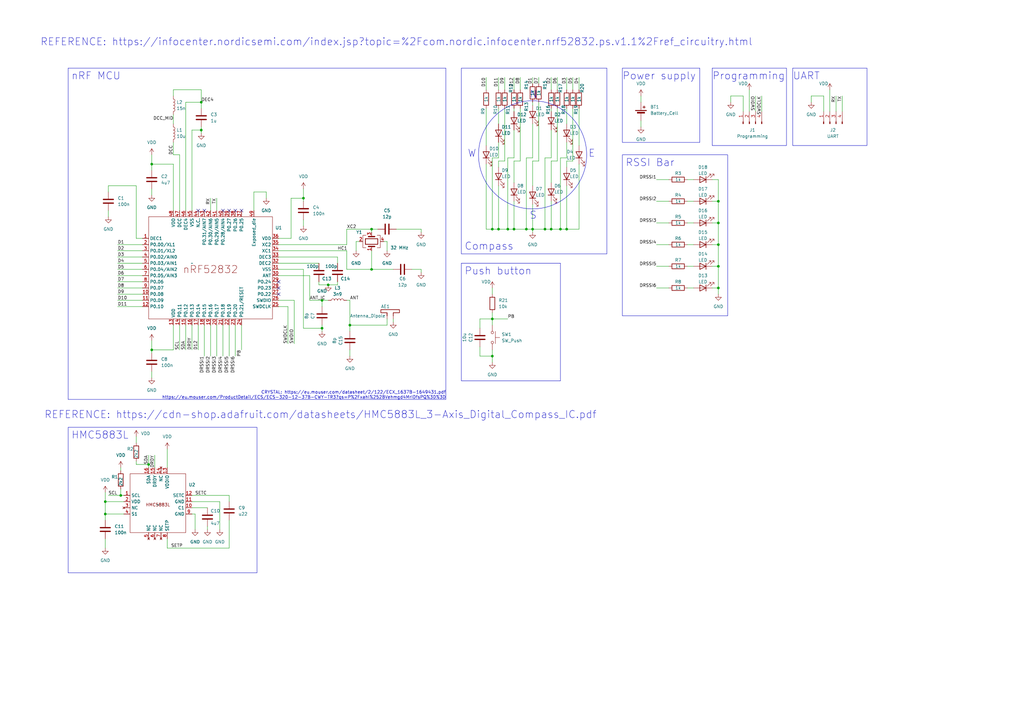
<source format=kicad_sch>
(kicad_sch (version 20230121) (generator eeschema)
  (paper "A3")
  (title_block (title "nRF52832 Beacon visit card") (date "2024-06-07") (rev "v0.1") (company "Indigo Ingenium") (comment 1 "Author: Damjan Prerad"))
  (lib_symbols
    (symbol "Connector:Conn_01x04_Pin" (pin_names (offset 1.016) hide)
      (property "Reference" "J" (at 0 5.08 0))
      (property "Value" "Conn_01x04_Pin" (at 0 -7.62 0))
      (symbol "Conn_01x04_Pin_1_1"
        (pin passive line (at 5.08 2.54 180) (length 3.81) (name "Pin_1") (number "1"))
        (pin passive line (at 5.08 0 180) (length 3.81) (name "Pin_2") (number "2"))
        (pin passive line (at 5.08 -2.54 180) (length 3.81) (name "Pin_3") (number "3"))
        (pin passive line (at 5.08 -5.08 180) (length 3.81) (name "Pin_4") (number "4"))
      )
    )
    (symbol "Device:Antenna_Dipole" (pin_numbers hide) (pin_names (offset 1.016) hide)
      (property "Reference" "AE" (at 1.27 1.27 0))
      (property "Value" "Antenna_Dipole" (at 1.27 0 0))
      (symbol "Antenna_Dipole_1_1"
        (pin input line (at 0 -5.08 90) (length 2.54) (name "~") (number "1"))
        (pin input line (at 2.54 -5.08 90) (length 2.54) (name "~") (number "2"))
      )
    )
    (symbol "Device:Battery_Cell" (pin_numbers hide) (pin_names (offset 0) hide)
      (property "Reference" "BT" (at 2.54 2.54 0))
      (property "Value" "Battery_Cell" (at 2.54 0 0))
      (symbol "Battery_Cell_1_1"
        (pin passive line (at 0 5.08 270) (length 2.54) (name "+") (number "1"))
        (pin passive line (at 0 -2.54 90) (length 2.54) (name "-") (number "2"))
      )
    )
    (symbol "Device:C" (pin_numbers hide) (pin_names (offset 0.254))
      (property "Reference" "C" (at 0.635 2.54 0))
      (property "Value" "C" (at 0.635 -2.54 0))
      (symbol "C_1_1"
        (pin passive line (at 0 3.81 270) (length 2.794) (name "~") (number "1"))
        (pin passive line (at 0 -3.81 90) (length 2.794) (name "~") (number "2"))
      )
    )
    (symbol "Device:Crystal_GND24" (pin_names (offset 1.016) hide)
      (property "Reference" "Y" (at 3.175 5.08 0))
      (property "Value" "Crystal_GND24" (at 3.175 3.175 0))
      (symbol "Crystal_GND24_1_1"
        (pin passive line (at -3.81 0 0) (length 1.27) (name "1") (number "1"))
        (pin passive line (at 0 5.08 270) (length 1.27) (name "2") (number "2"))
        (pin passive line (at 3.81 0 180) (length 1.27) (name "3") (number "3"))
        (pin passive line (at 0 -5.08 90) (length 1.27) (name "4") (number "4"))
      )
    )
    (symbol "Device:L" (pin_numbers hide) (pin_names (offset 1.016) hide)
      (property "Reference" "L" (at -1.27 0 90))
      (property "Value" "L" (at 1.905 0 90))
      (symbol "L_1_1"
        (pin passive line (at 0 3.81 270) (length 1.27) (name "1") (number "1"))
        (pin passive line (at 0 -3.81 90) (length 1.27) (name "2") (number "2"))
      )
    )
    (symbol "Device:LED" (pin_numbers hide) (pin_names (offset 1.016) hide)
      (property "Reference" "D" (at 0 2.54 0))
      (property "Value" "LED" (at 0 -2.54 0))
      (symbol "LED_1_1"
        (pin passive line (at -3.81 0 0) (length 2.54) (name "K") (number "1"))
        (pin passive line (at 3.81 0 180) (length 2.54) (name "A") (number "2"))
      )
    )
    (symbol "Device:R" (pin_numbers hide) (pin_names (offset 0))
      (property "Reference" "R" (at 2.032 0 90))
      (property "Value" "R" (at 0 0 90))
      (symbol "R_1_1"
        (pin passive line (at 0 3.81 270) (length 1.27) (name "~") (number "1"))
        (pin passive line (at 0 -3.81 90) (length 1.27) (name "~") (number "2"))
      )
    )
    (symbol "HMC5883L:HMC5883L"
      (property "Reference" "U" (at -11.43 13.97 0))
      (symbol "HMC5883L_1_1"
        (text "HMC5883L" (at 0 0 0) (effects (font (size 1.27 1.27))))
        (pin bidirectional line (at -13.97 3.81 0) (length 2.54) (name "SCL") (number "1"))
        (pin bidirectional line (at 13.97 -1.27 180) (length 2.54) (name "C1") (number "10"))
        (pin power_in line (at 13.97 1.27 180) (length 2.54) (name "GND") (number "11"))
        (pin bidirectional line (at 13.97 3.81 180) (length 2.54) (name "SETC") (number "12"))
        (pin power_in line (at 3.81 15.24 270) (length 2.54) (name "VDDIO") (number "13"))
        (pin no_connect line (at 1.27 15.24 270) (length 2.54) (name "NC") (number "14"))
        (pin bidirectional line (at -1.27 15.24 270) (length 2.54) (name "DRDY") (number "15"))
        (pin bidirectional line (at -3.81 15.24 270) (length 2.54) (name "SDA") (number "16"))
        (pin power_in line (at -13.97 1.27 0) (length 2.54) (name "VDD") (number "2"))
        (pin no_connect line (at -13.97 -1.27 0) (length 2.54) (name "NC") (number "3"))
        (pin bidirectional line (at -13.97 -3.81 0) (length 2.54) (name "S1") (number "4"))
        (pin no_connect line (at -3.81 -13.97 90) (length 2.54) (name "NC") (number "5"))
        (pin no_connect line (at -1.27 -13.97 90) (length 2.54) (name "NC") (number "6"))
        (pin no_connect line (at 1.27 -13.97 90) (length 2.54) (name "NC") (number "7"))
        (pin bidirectional line (at 3.81 -13.97 90) (length 2.54) (name "SETP") (number "8"))
        (pin power_in line (at 13.97 -3.81 180) (length 2.54) (name "GND") (number "9"))
      )
    )
    (symbol "Switch:SW_Push" (pin_numbers hide) (pin_names (offset 1.016) hide)
      (property "Reference" "SW" (at 1.27 2.54 0))
      (property "Value" "SW_Push" (at 0 -1.524 0))
      (symbol "SW_Push_0_1"
        (pin passive line (at -5.08 0 0) (length 2.54) (name "1") (number "1"))
        (pin passive line (at 5.08 0 180) (length 2.54) (name "2") (number "2"))
      )
    )
    (symbol "nRF52832:nRF52832"
      (property "Reference" "U" (at -24.13 24.13 0))
      (symbol "nRF52832_1_1"
        (text "nRF52832" (at 0 0 0) (effects (font (size 3 3))))
        (pin input line (at -27.94 12.7 0) (length 2.54) (name "DEC1") (number "1"))
        (pin bidirectional line (at -27.94 -10.16 0) (length 2.54) (name "P0.08") (number "10"))
        (pin bidirectional line (at -27.94 -12.7 0) (length 2.54) (name "P0.09") (number "11"))
        (pin bidirectional line (at -27.94 -15.24 0) (length 2.54) (name "P0.10") (number "12"))
        (pin power_in line (at -15.24 -22.86 90) (length 2.54) (name "VDD") (number "13"))
        (pin bidirectional line (at -12.7 -22.86 90) (length 2.54) (name "P0.11") (number "14"))
        (pin bidirectional line (at -10.16 -22.86 90) (length 2.54) (name "P0.12") (number "15"))
        (pin bidirectional line (at -7.62 -22.86 90) (length 2.54) (name "P0.13") (number "16"))
        (pin bidirectional line (at -5.08 -22.86 90) (length 2.54) (name "P0.14") (number "17"))
        (pin bidirectional line (at -2.54 -22.86 90) (length 2.54) (name "P0.15") (number "18"))
        (pin bidirectional line (at 0 -22.86 90) (length 2.54) (name "P0.16") (number "19"))
        (pin bidirectional line (at -27.94 10.16 0) (length 2.54) (name "P0.00/XL1") (number "2"))
        (pin bidirectional line (at 2.54 -22.86 90) (length 2.54) (name "P0.17") (number "20"))
        (pin bidirectional line (at 5.08 -22.86 90) (length 2.54) (name "P0.18") (number "21"))
        (pin bidirectional line (at 7.62 -22.86 90) (length 2.54) (name "P0.19") (number "22"))
        (pin bidirectional line (at 10.16 -22.86 90) (length 2.54) (name "P0.20") (number "23"))
        (pin bidirectional line (at 12.7 -22.86 90) (length 2.54) (name "P0.21/RESET") (number "24"))
        (pin bidirectional line (at 27.94 -15.24 180) (length 2.54) (name "SWDCLK") (number "25"))
        (pin bidirectional line (at 27.94 -12.7 180) (length 2.54) (name "SWDIO") (number "26"))
        (pin bidirectional line (at 27.94 -10.16 180) (length 2.54) (name "P0.22") (number "27"))
        (pin bidirectional line (at 27.94 -7.62 180) (length 2.54) (name "P0.23") (number "28"))
        (pin bidirectional line (at 27.94 -5.08 180) (length 2.54) (name "P0.24") (number "29"))
        (pin bidirectional line (at -27.94 7.62 0) (length 2.54) (name "P0.01/XL2") (number "3"))
        (pin bidirectional line (at 27.94 -2.54 180) (length 2.54) (name "ANT") (number "30"))
        (pin power_in line (at 27.94 0 180) (length 2.54) (name "VSS") (number "31"))
        (pin bidirectional line (at 27.94 2.54 180) (length 2.54) (name "DEC2") (number "32"))
        (pin bidirectional line (at 27.94 5.08 180) (length 2.54) (name "DEC3") (number "33"))
        (pin input line (at 27.94 7.62 180) (length 2.54) (name "XC1") (number "34"))
        (pin output line (at 27.94 10.16 180) (length 2.54) (name "XC2") (number "35"))
        (pin power_in line (at 27.94 12.7 180) (length 2.54) (name "VDD") (number "36"))
        (pin bidirectional line (at 12.7 24.13 270) (length 2.54) (name "P0.25") (number "37"))
        (pin bidirectional line (at 10.16 24.13 270) (length 2.54) (name "P0.26") (number "38"))
        (pin bidirectional line (at 7.62 24.13 270) (length 2.54) (name "P0.27") (number "39"))
        (pin bidirectional line (at -27.94 5.08 0) (length 2.54) (name "P0.02/AIN0") (number "4"))
        (pin bidirectional line (at 5.08 24.13 270) (length 2.54) (name "P0.28/AIN4") (number "40"))
        (pin bidirectional line (at 2.54 24.13 270) (length 2.54) (name "P0.29/AIN5") (number "41"))
        (pin bidirectional line (at 0 24.13 270) (length 2.54) (name "P0.30/AIN6") (number "42"))
        (pin bidirectional line (at -2.54 24.13 270) (length 2.54) (name "P0.31/AIN7") (number "43"))
        (pin bidirectional line (at -5.08 24.13 270) (length 2.54) (name "N.C.") (number "44"))
        (pin bidirectional line (at -7.62 24.13 270) (length 2.54) (name "VSS") (number "45"))
        (pin bidirectional line (at -10.16 24.13 270) (length 2.54) (name "DEC4") (number "46"))
        (pin bidirectional line (at -12.7 24.13 270) (length 2.54) (name "DCC") (number "47"))
        (pin bidirectional line (at -15.24 24.13 270) (length 2.54) (name "VDD") (number "48"))
        (pin power_in line (at 17.78 24.13 270) (length 2.54) (name "Exposed_die") (number "49"))
        (pin bidirectional line (at -27.94 2.54 0) (length 2.54) (name "P0.03/AIN1") (number "5"))
        (pin bidirectional line (at -27.94 0 0) (length 2.54) (name "P0.04/AIN2") (number "6"))
        (pin bidirectional line (at -27.94 -2.54 0) (length 2.54) (name "P0.05/AIN3") (number "7"))
        (pin bidirectional line (at -27.94 -5.08 0) (length 2.54) (name "P0.06") (number "8"))
        (pin bidirectional line (at -27.94 -7.62 0) (length 2.54) (name "P0.07") (number "9"))
      )
    )
    (symbol "power:GND" (power) (pin_names (offset 0))
      (property "Value" "GND" (at 0 -3.81 0))
      (symbol "GND_1_1"
        (pin power_in line (at 0 0 270) (length 0) hide (name "GND") (number "1"))
      )
    )
    (symbol "power:VDD" (power) (pin_names (offset 0))
      (property "Value" "VDD" (at 0 3.81 0))
      (symbol "VDD_1_1"
        (pin power_in line (at 0 0 90) (length 0) hide (name "VDD") (number "1"))
      )
    )
  )
  (junction (at 82.55 41.91))
  (junction (at 60.96 190.5))
  (junction (at 152.4 93.98))
  (junction (at 232.41 93.98))
  (junction (at 210.82 93.98))
  (junction (at 294.64 91.44))
  (junction (at 201.93 93.98))
  (junction (at 215.9 93.98))
  (junction (at 294.64 109.22))
  (junction (at 82.55 53.34))
  (junction (at 132.08 123.19))
  (junction (at 218.44 93.98))
  (junction (at 62.23 143.51))
  (junction (at 134.62 116.84))
  (junction (at 294.64 100.33))
  (junction (at 143.51 133.35))
  (junction (at 49.53 203.2))
  (junction (at 62.23 67.31))
  (junction (at 204.47 93.98))
  (junction (at 294.64 118.11))
  (junction (at 201.93 146.05))
  (junction (at 226.06 93.98))
  (junction (at 223.52 93.98))
  (junction (at 43.18 210.82))
  (junction (at 152.4 110.49))
  (junction (at 208.28 93.98))
  (junction (at 43.18 205.74))
  (junction (at 124.46 81.28))
  (junction (at 132.08 134.62))
  (junction (at 201.93 130.81))
  (junction (at 294.64 82.55))
  (junction (at 229.87 93.98))
  (no_connect (at 91.44 86.36))
  (no_connect (at 99.06 86.36))
  (no_connect (at 81.28 86.36))
  (no_connect (at 114.3 118.11))
  (no_connect (at 83.82 86.36))
  (no_connect (at 114.3 120.65))
  (no_connect (at 93.98 86.36))
  (no_connect (at 114.3 115.57))
  (no_connect (at 96.52 86.36))
  (wire (pts (xy 44.45 203.2) (xy 49.53 203.2)))
  (wire (pts (xy 48.26 118.11) (xy 58.42 118.11)))
  (wire (pts (xy 201.93 128.27) (xy 201.93 130.81)))
  (wire (pts (xy 228.6 44.45) (xy 228.6 66.04)))
  (wire (pts (xy 232.41 66.04) (xy 232.41 68.58)))
  (wire (pts (xy 215.9 64.77) (xy 215.9 93.98)))
  (wire (pts (xy 82.55 36.83) (xy 82.55 41.91)))
  (wire (pts (xy 55.88 97.79) (xy 58.42 97.79)))
  (wire (pts (xy 78.74 53.34) (xy 82.55 53.34)))
  (wire (pts (xy 138.43 116.84) (xy 134.62 116.84)))
  (wire (pts (xy 62.23 152.4) (xy 62.23 154.94)))
  (wire (pts (xy 281.94 118.11) (xy 284.48 118.11)))
  (wire (pts (xy 168.91 110.49) (xy 172.72 110.49)))
  (wire (pts (xy 269.24 91.44) (xy 274.32 91.44)))
  (wire (pts (xy 340.36 36.83) (xy 340.36 45.72)))
  (wire (pts (xy 132.08 125.73) (xy 132.08 123.19)))
  (wire (pts (xy 307.34 36.83) (xy 307.34 45.72)))
  (wire (pts (xy 213.36 31.75) (xy 213.36 36.83)))
  (wire (pts (xy 43.18 220.98) (xy 43.18 224.79)))
  (wire (pts (xy 218.44 83.82) (xy 218.44 93.98)))
  (wire (pts (xy 62.23 69.85) (xy 62.23 67.31)))
  (wire (pts (xy 63.5 186.69) (xy 63.5 191.77)))
  (wire (pts (xy 281.94 82.55) (xy 284.48 82.55)))
  (wire (pts (xy 43.18 210.82) (xy 43.18 213.36)))
  (wire (pts (xy 210.82 74.93) (xy 210.82 66.04)))
  (wire (pts (xy 237.49 67.31) (xy 237.49 93.98)))
  (wire (pts (xy 48.26 123.19) (xy 58.42 123.19)))
  (wire (pts (xy 312.42 39.37) (xy 312.42 45.72)))
  (wire (pts (xy 337.82 39.37) (xy 337.82 45.72)))
  (wire (pts (xy 81.28 133.35) (xy 81.28 143.51)))
  (wire (pts (xy 60.96 186.69) (xy 60.96 190.5)))
  (wire (pts (xy 68.58 224.79) (xy 93.98 224.79)))
  (wire (pts (xy 152.4 95.25) (xy 152.4 93.98)))
  (wire (pts (xy 207.01 31.75) (xy 207.01 36.83)))
  (wire (pts (xy 229.87 93.98) (xy 226.06 93.98)))
  (wire (pts (xy 237.49 93.98) (xy 232.41 93.98)))
  (wire (pts (xy 304.8 39.37) (xy 304.8 45.72)))
  (wire (pts (xy 78.74 86.36) (xy 78.74 53.34)))
  (wire (pts (xy 60.96 190.5) (xy 60.96 191.77)))
  (wire (pts (xy 281.94 91.44) (xy 284.48 91.44)))
  (wire (pts (xy 158.75 99.06) (xy 158.75 102.87)))
  (wire (pts (xy 152.4 110.49) (xy 152.4 102.87)))
  (wire (pts (xy 218.44 66.04) (xy 218.44 76.2)))
  (wire (pts (xy 218.44 50.8) (xy 218.44 64.77)))
  (wire (pts (xy 342.9 39.37) (xy 342.9 45.72)))
  (wire (pts (xy 71.12 63.5) (xy 73.66 63.5)))
  (wire (pts (xy 143.51 133.35) (xy 143.51 123.19)))
  (wire (pts (xy 226.06 93.98) (xy 223.52 93.98)))
  (wire (pts (xy 43.18 210.82) (xy 50.8 210.82)))
  (wire (pts (xy 114.3 110.49) (xy 124.46 110.49)))
  (wire (pts (xy 201.93 64.77) (xy 201.93 93.98)))
  (wire (pts (xy 172.72 93.98) (xy 172.72 95.25)))
  (wire (pts (xy 73.66 63.5) (xy 73.66 86.36)))
  (wire (pts (xy 48.26 125.73) (xy 58.42 125.73)))
  (wire (pts (xy 104.14 78.74) (xy 104.14 86.36)))
  (wire (pts (xy 226.06 64.77) (xy 223.52 64.77)))
  (wire (pts (xy 82.55 53.34) (xy 82.55 54.61)))
  (wire (pts (xy 208.28 64.77) (xy 208.28 93.98)))
  (wire (pts (xy 218.44 41.91) (xy 218.44 43.18)))
  (wire (pts (xy 345.44 39.37) (xy 345.44 45.72)))
  (wire (pts (xy 226.06 53.34) (xy 226.06 64.77)))
  (wire (pts (xy 114.3 102.87) (xy 142.24 102.87)))
  (wire (pts (xy 93.98 224.79) (xy 93.98 213.36)))
  (wire (pts (xy 142.24 110.49) (xy 152.4 110.49)))
  (wire (pts (xy 124.46 110.49) (xy 124.46 134.62)))
  (wire (pts (xy 109.22 81.28) (xy 109.22 78.74)))
  (wire (pts (xy 210.82 44.45) (xy 210.82 45.72)))
  (wire (pts (xy 220.98 31.75) (xy 220.98 34.29)))
  (wire (pts (xy 44.45 86.36) (xy 44.45 88.9)))
  (wire (pts (xy 82.55 41.91) (xy 82.55 44.45)))
  (wire (pts (xy 93.98 203.2) (xy 93.98 205.74)))
  (wire (pts (xy 229.87 64.77) (xy 229.87 93.98)))
  (wire (pts (xy 44.45 78.74) (xy 44.45 76.2)))
  (wire (pts (xy 78.74 203.2) (xy 93.98 203.2)))
  (wire (pts (xy 142.24 93.98) (xy 142.24 100.33)))
  (wire (pts (xy 44.45 76.2) (xy 55.88 76.2)))
  (wire (pts (xy 196.85 134.62) (xy 196.85 130.81)))
  (wire (pts (xy 55.88 179.07) (xy 55.88 181.61)))
  (wire (pts (xy 130.81 116.84) (xy 134.62 116.84)))
  (wire (pts (xy 90.17 205.74) (xy 90.17 217.17)))
  (wire (pts (xy 71.12 67.31) (xy 71.12 86.36)))
  (wire (pts (xy 201.93 146.05) (xy 201.93 148.59)))
  (wire (pts (xy 201.93 118.11) (xy 201.93 120.65)))
  (wire (pts (xy 204.47 68.58) (xy 204.47 66.04)))
  (wire (pts (xy 210.82 82.55) (xy 210.82 93.98)))
  (wire (pts (xy 269.24 109.22) (xy 274.32 109.22)))
  (wire (pts (xy 234.95 31.75) (xy 234.95 36.83)))
  (wire (pts (xy 62.23 139.7) (xy 62.23 143.51)))
  (wire (pts (xy 208.28 93.98) (xy 210.82 93.98)))
  (wire (pts (xy 294.64 100.33) (xy 294.64 109.22)))
  (wire (pts (xy 204.47 66.04) (xy 207.01 66.04)))
  (wire (pts (xy 201.93 93.98) (xy 204.47 93.98)))
  (wire (pts (xy 120.65 123.19) (xy 120.65 140.97)))
  (wire (pts (xy 226.06 31.75) (xy 226.06 36.83)))
  (wire (pts (xy 48.26 105.41) (xy 58.42 105.41)))
  (wire (pts (xy 281.94 100.33) (xy 284.48 100.33)))
  (wire (pts (xy 226.06 82.55) (xy 226.06 93.98)))
  (wire (pts (xy 292.1 109.22) (xy 294.64 109.22)))
  (wire (pts (xy 269.24 82.55) (xy 274.32 82.55)))
  (wire (pts (xy 152.4 93.98) (xy 142.24 93.98)))
  (wire (pts (xy 281.94 73.66) (xy 284.48 73.66)))
  (wire (pts (xy 292.1 91.44) (xy 294.64 91.44)))
  (wire (pts (xy 132.08 133.35) (xy 132.08 134.62)))
  (wire (pts (xy 78.74 208.28) (xy 85.09 208.28)))
  (wire (pts (xy 199.39 67.31) (xy 199.39 93.98)))
  (wire (pts (xy 85.09 215.9) (xy 85.09 217.17)))
  (wire (pts (xy 48.26 102.87) (xy 58.42 102.87)))
  (wire (pts (xy 124.46 81.28) (xy 124.46 82.55)))
  (wire (pts (xy 138.43 105.41) (xy 138.43 107.95)))
  (wire (pts (xy 62.23 63.5) (xy 62.23 67.31)))
  (wire (pts (xy 114.3 123.19) (xy 120.65 123.19)))
  (wire (pts (xy 132.08 134.62) (xy 132.08 135.89)))
  (wire (pts (xy 210.82 93.98) (xy 215.9 93.98)))
  (wire (pts (xy 114.3 113.03) (xy 127 113.03)))
  (wire (pts (xy 48.26 100.33) (xy 58.42 100.33)))
  (wire (pts (xy 143.51 133.35) (xy 143.51 135.89)))
  (wire (pts (xy 78.74 205.74) (xy 90.17 205.74)))
  (wire (pts (xy 281.94 109.22) (xy 284.48 109.22)))
  (wire (pts (xy 226.06 66.04) (xy 228.6 66.04)))
  (wire (pts (xy 172.72 110.49) (xy 172.72 111.76)))
  (wire (pts (xy 332.74 39.37) (xy 332.74 41.91)))
  (wire (pts (xy 127 123.19) (xy 132.08 123.19)))
  (wire (pts (xy 127 113.03) (xy 127 123.19)))
  (wire (pts (xy 218.44 66.04) (xy 220.98 66.04)))
  (wire (pts (xy 294.64 82.55) (xy 294.64 91.44)))
  (wire (pts (xy 147.32 99.06) (xy 146.05 99.06)))
  (wire (pts (xy 142.24 123.19) (xy 143.51 123.19)))
  (wire (pts (xy 210.82 64.77) (xy 208.28 64.77)))
  (wire (pts (xy 48.26 120.65) (xy 58.42 120.65)))
  (wire (pts (xy 218.44 93.98) (xy 218.44 95.25)))
  (wire (pts (xy 71.12 36.83) (xy 82.55 36.83)))
  (wire (pts (xy 158.75 133.35) (xy 143.51 133.35)))
  (wire (pts (xy 232.41 31.75) (xy 232.41 36.83)))
  (wire (pts (xy 119.38 81.28) (xy 124.46 81.28)))
  (wire (pts (xy 201.93 146.05) (xy 201.93 143.51)))
  (wire (pts (xy 262.89 49.53) (xy 262.89 52.07)))
  (wire (pts (xy 68.58 220.98) (xy 68.58 224.79)))
  (wire (pts (xy 294.64 73.66) (xy 294.64 82.55)))
  (wire (pts (xy 55.88 190.5) (xy 60.96 190.5)))
  (wire (pts (xy 114.3 107.95) (xy 130.81 107.95)))
  (wire (pts (xy 215.9 93.98) (xy 218.44 93.98)))
  (wire (pts (xy 210.82 31.75) (xy 210.82 36.83)))
  (wire (pts (xy 269.24 118.11) (xy 274.32 118.11)))
  (wire (pts (xy 48.26 110.49) (xy 58.42 110.49)))
  (wire (pts (xy 210.82 66.04) (xy 213.36 66.04)))
  (wire (pts (xy 196.85 142.24) (xy 196.85 146.05)))
  (wire (pts (xy 138.43 115.57) (xy 138.43 116.84)))
  (wire (pts (xy 48.26 107.95) (xy 58.42 107.95)))
  (wire (pts (xy 232.41 64.77) (xy 229.87 64.77)))
  (wire (pts (xy 292.1 118.11) (xy 294.64 118.11)))
  (wire (pts (xy 304.8 39.37) (xy 299.72 39.37)))
  (wire (pts (xy 93.98 133.35) (xy 93.98 146.05)))
  (wire (pts (xy 204.47 31.75) (xy 204.47 36.83)))
  (wire (pts (xy 124.46 90.17) (xy 124.46 92.71)))
  (wire (pts (xy 201.93 130.81) (xy 201.93 133.35)))
  (wire (pts (xy 96.52 133.35) (xy 96.52 146.05)))
  (wire (pts (xy 119.38 97.79) (xy 119.38 81.28)))
  (wire (pts (xy 204.47 64.77) (xy 201.93 64.77)))
  (wire (pts (xy 71.12 133.35) (xy 71.12 143.51)))
  (wire (pts (xy 43.18 205.74) (xy 50.8 205.74)))
  (wire (pts (xy 201.93 130.81) (xy 208.28 130.81)))
  (wire (pts (xy 76.2 41.91) (xy 82.55 41.91)))
  (wire (pts (xy 71.12 46.99) (xy 71.12 50.8)))
  (wire (pts (xy 234.95 44.45) (xy 234.95 66.04)))
  (wire (pts (xy 213.36 44.45) (xy 213.36 66.04)))
  (wire (pts (xy 82.55 52.07) (xy 82.55 53.34)))
  (wire (pts (xy 91.44 133.35) (xy 91.44 146.05)))
  (wire (pts (xy 78.74 133.35) (xy 78.74 143.51)))
  (wire (pts (xy 294.64 91.44) (xy 294.64 100.33)))
  (wire (pts (xy 292.1 73.66) (xy 294.64 73.66)))
  (wire (pts (xy 292.1 82.55) (xy 294.64 82.55)))
  (wire (pts (xy 237.49 31.75) (xy 237.49 36.83)))
  (wire (pts (xy 43.18 205.74) (xy 43.18 210.82)))
  (wire (pts (xy 73.66 133.35) (xy 73.66 143.51)))
  (wire (pts (xy 204.47 58.42) (xy 204.47 64.77)))
  (wire (pts (xy 228.6 31.75) (xy 228.6 36.83)))
  (wire (pts (xy 49.53 191.77) (xy 49.53 193.04)))
  (wire (pts (xy 71.12 58.42) (xy 71.12 63.5)))
  (wire (pts (xy 232.41 44.45) (xy 232.41 50.8)))
  (wire (pts (xy 68.58 184.15) (xy 68.58 191.77)))
  (wire (pts (xy 220.98 41.91) (xy 220.98 66.04)))
  (wire (pts (xy 152.4 110.49) (xy 161.29 110.49)))
  (wire (pts (xy 114.3 105.41) (xy 138.43 105.41)))
  (wire (pts (xy 196.85 146.05) (xy 201.93 146.05)))
  (wire (pts (xy 199.39 31.75) (xy 199.39 36.83)))
  (wire (pts (xy 71.12 39.37) (xy 71.12 36.83)))
  (wire (pts (xy 55.88 189.23) (xy 55.88 190.5)))
  (wire (pts (xy 62.23 67.31) (xy 71.12 67.31)))
  (wire (pts (xy 262.89 39.37) (xy 262.89 41.91)))
  (wire (pts (xy 88.9 133.35) (xy 88.9 146.05)))
  (wire (pts (xy 49.53 203.2) (xy 50.8 203.2)))
  (wire (pts (xy 43.18 201.93) (xy 43.18 205.74)))
  (wire (pts (xy 114.3 100.33) (xy 142.24 100.33)))
  (wire (pts (xy 232.41 93.98) (xy 229.87 93.98)))
  (wire (pts (xy 158.75 133.35) (xy 158.75 130.81)))
  (wire (pts (xy 71.12 143.51) (xy 62.23 143.51)))
  (wire (pts (xy 223.52 64.77) (xy 223.52 93.98)))
  (wire (pts (xy 49.53 200.66) (xy 49.53 203.2)))
  (wire (pts (xy 199.39 93.98) (xy 201.93 93.98)))
  (wire (pts (xy 210.82 53.34) (xy 210.82 64.77)))
  (wire (pts (xy 269.24 100.33) (xy 274.32 100.33)))
  (wire (pts (xy 99.06 133.35) (xy 99.06 143.51)))
  (wire (pts (xy 118.11 125.73) (xy 118.11 140.97)))
  (wire (pts (xy 294.64 118.11) (xy 294.64 120.65)))
  (wire (pts (xy 124.46 134.62) (xy 132.08 134.62)))
  (wire (pts (xy 88.9 81.28) (xy 88.9 86.36)))
  (wire (pts (xy 199.39 44.45) (xy 199.39 59.69)))
  (wire (pts (xy 204.47 93.98) (xy 208.28 93.98)))
  (wire (pts (xy 226.06 44.45) (xy 226.06 45.72)))
  (wire (pts (xy 162.56 93.98) (xy 172.72 93.98)))
  (wire (pts (xy 232.41 66.04) (xy 234.95 66.04)))
  (wire (pts (xy 237.49 44.45) (xy 237.49 59.69)))
  (wire (pts (xy 146.05 99.06) (xy 146.05 102.87)))
  (wire (pts (xy 124.46 77.47) (xy 124.46 81.28)))
  (wire (pts (xy 80.01 210.82) (xy 80.01 217.17)))
  (wire (pts (xy 161.29 130.81) (xy 161.29 132.08)))
  (wire (pts (xy 62.23 77.47) (xy 62.23 80.01)))
  (wire (pts (xy 299.72 39.37) (xy 299.72 41.91)))
  (wire (pts (xy 83.82 133.35) (xy 83.82 146.05)))
  (wire (pts (xy 309.88 39.37) (xy 309.88 45.72)))
  (wire (pts (xy 76.2 86.36) (xy 76.2 41.91)))
  (wire (pts (xy 142.24 102.87) (xy 142.24 110.49)))
  (wire (pts (xy 130.81 115.57) (xy 130.81 116.84)))
  (wire (pts (xy 204.47 44.45) (xy 204.47 50.8)))
  (wire (pts (xy 152.4 93.98) (xy 154.94 93.98)))
  (wire (pts (xy 114.3 97.79) (xy 119.38 97.79)))
  (wire (pts (xy 232.41 76.2) (xy 232.41 93.98)))
  (wire (pts (xy 269.24 73.66) (xy 274.32 73.66)))
  (wire (pts (xy 76.2 133.35) (xy 76.2 143.51)))
  (wire (pts (xy 86.36 81.28) (xy 86.36 86.36)))
  (wire (pts (xy 114.3 125.73) (xy 118.11 125.73)))
  (wire (pts (xy 157.48 99.06) (xy 158.75 99.06)))
  (wire (pts (xy 48.26 115.57) (xy 58.42 115.57)))
  (wire (pts (xy 143.51 143.51) (xy 143.51 146.05)))
  (wire (pts (xy 55.88 76.2) (xy 55.88 97.79)))
  (wire (pts (xy 292.1 100.33) (xy 294.64 100.33)))
  (wire (pts (xy 204.47 76.2) (xy 204.47 93.98)))
  (wire (pts (xy 337.82 39.37) (xy 332.74 39.37)))
  (wire (pts (xy 196.85 130.81) (xy 201.93 130.81)))
  (wire (pts (xy 232.41 58.42) (xy 232.41 64.77)))
  (wire (pts (xy 207.01 44.45) (xy 207.01 66.04)))
  (wire (pts (xy 62.23 143.51) (xy 62.23 144.78)))
  (wire (pts (xy 109.22 78.74) (xy 104.14 78.74)))
  (wire (pts (xy 223.52 93.98) (xy 218.44 93.98)))
  (wire (pts (xy 218.44 64.77) (xy 215.9 64.77)))
  (wire (pts (xy 226.06 74.93) (xy 226.06 66.04)))
  (wire (pts (xy 132.08 123.19) (xy 134.62 123.19)))
  (wire (pts (xy 294.64 109.22) (xy 294.64 118.11)))
  (wire (pts (xy 86.36 133.35) (xy 86.36 146.05)))
  (wire (pts (xy 78.74 210.82) (xy 80.01 210.82)))
  (wire (pts (xy 48.26 113.03) (xy 58.42 113.03)))
  (wire (pts (xy 218.44 31.75) (xy 218.44 34.29)))
  (rectangle (start 27.94 27.94) (end 182.88 163.83))
  (rectangle (start 189.23 107.95) (end 229.87 156.21))
  (rectangle (start 27.94 175.26) (end 105.41 234.95))
  (circle (center 218.44 63.5) (radius 22.1796))
  (rectangle (start 189.23 27.94) (end 248.92 104.14))
  (rectangle (start 255.27 63.5) (end 298.45 129.54))
  (rectangle (start 325.12 27.94) (end 355.6 59.69))
  (rectangle (start 292.1 27.94) (end 322.58 59.69))
  (rectangle (start 255.27 27.94) (end 287.02 58.42))
  (text "S" (at 217.17 90.17 0) (effects (font (size 3 3)) (justify left bottom)))
  (text "Programming\n" (at 292.1 33.02 0) (effects (font (size 3 3)) (justify left bottom)))
  (text "Push button" (at 190.5 113.03 0) (effects (font (size 3 3)) (justify left bottom)))
  (text "Power supply" (at 255.27 33.02 0) (effects (font (size 3 3)) (justify left bottom)))
  (text "UART" (at 325.12 33.02 0) (effects (font (size 3 3)) (justify left bottom)))
  (text "Compass" (at 190.5 102.87 0) (effects (font (size 3 3)) (justify left bottom)))
  (text "HMC5883L" (at 29.21 180.34 0) (effects (font (size 3 3)) (justify left bottom)))
  (text "W" (at 191.77 64.77 0) (effects (font (size 3 3)) (justify left bottom)))
  (text "RSSI Bar" (at 256.54 68.58 0) (effects (font (size 3 3)) (justify left bottom)))
  (text "nRF MCU" (at 29.21 33.02 0) (effects (font (size 3 3)) (justify left bottom)))
  (text "REFERENCE: https://cdn-shop.adafruit.com/datasheets/HMC5883L_3-Axis_Digital_Compass_IC.pdf" (at 18.1439 171.9484 0) (effects (font (size 3 3)) (justify left bottom)))
  (text "CRYSTAL: https://eu.mouser.com/datasheet/2/122/ECX_1637B-1649431.pdf\nhttps://eu.mouser.com/ProductDetail/ECS/ECS-320-12-37B-CWY-TR3?qs=P%2FxahI%252BVehmgd4MrIDfsPQ%3D%3D" (at 182.88 163.83 0) (effects (font (size 1.27 1.27)) (justify right bottom)))
  (text "N" (at 217.17 40.64 0) (effects (font (size 3 3)) (justify left bottom)))
  (text "REFERENCE: https://infocenter.nordicsemi.com/index.jsp?topic=%2Fcom.nordic.infocenter.nrf52832.ps.v1.1%2Fref_circuitry.html" (at 16.51 19.05 0) (effects (font (size 3 3)) (justify left bottom)))
  (text "E" (at 241.3 64.77 0) (effects (font (size 3 3)) (justify left bottom)))
  (label "ANT_IC" (at 127 123.19 0))
  (label "DRSSI5" (at 93.98 146.05 270))
  (label "DRSSI4" (at 91.44 146.05 270))
  (label "DRSSI6" (at 96.52 146.05 270))
  (label "D7" (at 220.98 31.75 270))
  (label "XC2" (at 142.24 93.98 0))
  (label "RX" (at 342.9 39.37 270))
  (label "D10" (at 199.39 31.75 270))
  (label "D3" (at 232.41 31.75 270))
  (label "DRSSI2" (at 269.24 82.55 180))
  (label "ANT" (at 143.51 123.19 0))
  (label "PB" (at 208.28 130.81 0))
  (label "DRSSI1" (at 83.82 146.05 270))
  (label "DCC" (at 71.12 63.5 90))
  (label "SDA" (at 76.2 143.51 90))
  (label "D11" (at 204.47 31.75 270))
  (label "PB" (at 99.06 143.51 270))
  (label "D7" (at 48.26 115.57 0))
  (label "SWDCLK" (at 312.42 39.37 270))
  (label "RX" (at 86.36 81.28 270))
  (label "DRSSI4" (at 269.24 100.33 180))
  (label "D3" (at 48.26 105.41 0))
  (label "D4" (at 237.49 31.75 270))
  (label "DRSSI3" (at 269.24 91.44 180))
  (label "D2" (at 226.06 31.75 270))
  (label "TX" (at 88.9 81.28 270))
  (label "D9" (at 48.26 120.65 0))
  (label "D5" (at 48.26 110.49 0))
  (label "D1" (at 48.26 100.33 0))
  (label "D11" (at 48.26 125.73 0))
  (label "SWDIO" (at 120.65 140.97 90))
  (label "DRDY" (at 78.74 143.51 90))
  (label "TX" (at 345.44 39.37 270))
  (label "D8" (at 213.36 31.75 270))
  (label "DRSSI2" (at 86.36 146.05 270))
  (label "DRSSI6" (at 269.24 118.11 180))
  (label "D10" (at 48.26 123.19 0))
  (label "D4" (at 48.26 107.95 0))
  (label "DRDY" (at 63.5 186.69 270))
  (label "SWDCLK" (at 118.11 140.97 90))
  (label "D8" (at 48.26 118.11 0))
  (label "D6" (at 228.6 31.75 270))
  (label "SDA" (at 60.96 186.69 270))
  (label "D6" (at 48.26 113.03 0))
  (label "DRSSI3" (at 88.9 146.05 270))
  (label "SCL" (at 44.45 203.2 0))
  (label "DRSSI1" (at 269.24 73.66 180))
  (label "D5" (at 234.95 31.75 270))
  (label "SCL" (at 73.66 143.51 90))
  (label "D1" (at 218.44 31.75 270))
  (label "HC1" (at 138.43 102.87 0))
  (label "SWDIO" (at 309.88 39.37 270))
  (label "SETC" (at 80.01 203.2 0))
  (label "D12" (at 81.28 143.51 90))
  (label "D9" (at 207.01 31.75 270))
  (label "D2" (at 48.26 102.87 0))
  (label "DRSSI5" (at 269.24 109.22 180))
  (label "D12" (at 210.82 31.75 270))
  (label "DCC_MID" (at 71.12 49.53 180))
  (label "DEC4" (at 82.55 41.91 0))
  (label "SETP" (at 74.93 224.79 180))
  (symbol (lib_id "power:GND") (at 172.72 111.76 0) (unit 1)
    (property "Reference" "#PWR011" (effects hide))
    (property "Value" "GND" (at 172.72 116.84 0))
  )
  (symbol (lib_id "Device:R") (at 220.98 38.1 0) (unit 1)
    (property "Reference" "R15" (at 223.52 36.83 90) (effects (justify left)))
    (property "Value" "1k" (at 220.98 39.37 90) (effects (justify left)))
    (property "Footprint" "Resistor_SMD:R_0603_1608Metric_Pad0.98x0.95mm_HandSolder" (effects hide))
  )
  (symbol (lib_id "Device:R") (at 204.47 40.64 0) (unit 1)
    (property "Reference" "R10" (at 203.2 46.99 90) (effects (justify left)))
    (property "Value" "1k" (at 204.47 41.91 90) (effects (justify left)))
    (property "Footprint" "Resistor_SMD:R_0603_1608Metric_Pad0.98x0.95mm_HandSolder" (effects hide))
  )
  (symbol (lib_id "Connector:Conn_01x04_Pin") (at 340.36 50.8 90) (unit 1)
    (property "Reference" "J2" (at 341.63 53.34 90))
    (property "Value" "UART" (at 341.63 55.88 90))
    (property "Footprint" "SMD_edgeConnector_4pin:SMD_edgeConnector_4pin" (effects hide))
  )
  (symbol (lib_id "Device:LED") (at 204.47 72.39 90) (unit 1)
    (property "Reference" "D9" (at 205.74 69.85 90) (effects (justify right)))
    (property "Value" "LED" (at 205.74 72.39 90) (effects (justify right)))
    (property "Footprint" "LED_SMD:LED_0603_1608Metric_Pad1.05x0.95mm_HandSolder" (effects hide))
  )
  (symbol (lib_id "Device:C") (at 130.81 111.76 180) (unit 1)
    (property "Reference" "C13" (at 132.08 114.3 0) (effects (justify right)))
    (property "Value" "100p" (at 125.73 109.22 0) (effects (justify right)))
    (property "Footprint" "Capacitor_SMD:C_0402_1005Metric_Pad0.74x0.62mm_HandSolder" (effects hide))
  )
  (symbol (lib_id "Device:C") (at 124.46 86.36 0) (unit 1)
    (property "Reference" "C4" (at 128.27 85.09 0) (effects (justify left)))
    (property "Value" "100n" (at 128.27 87.63 0) (effects (justify left)))
    (property "Footprint" "Capacitor_SMD:C_0402_1005Metric_Pad0.74x0.62mm_HandSolder" (effects hide))
  )
  (symbol (lib_id "power:VDD") (at 201.93 118.11 0) (unit 1)
    (property "Reference" "#PWR027" (effects hide))
    (property "Value" "VDD" (at 199.39 115.57 0))
  )
  (symbol (lib_id "Device:LED") (at 288.29 73.66 180) (unit 1)
    (property "Reference" "D18" (at 288.29 68.58 0))
    (property "Value" "LED" (at 288.29 71.12 0))
    (property "Footprint" "LED_SMD:LED_0603_1608Metric_Pad1.05x0.95mm_HandSolder" (effects hide))
  )
  (symbol (lib_id "nRF52832:nRF52832") (at 86.36 110.49 0) (unit 1)
    (property "Reference" "U1" (at 114.3 93.4019 0))
    (property "Value" "~" (at 78.74 107.95 0))
    (property "Footprint" "Package_DFN_QFN:QFN-48-1EP_6x6mm_P0.4mm_EP4.6x4.6mm" (effects hide))
  )
  (symbol (lib_id "power:VDD") (at 49.53 191.77 0) (unit 1)
    (property "Reference" "#PWR020" (effects hide))
    (property "Value" "VDD" (at 49.53 186.69 0))
  )
  (symbol (lib_id "Device:R") (at 213.36 40.64 0) (unit 1)
    (property "Reference" "R13" (at 215.9 45.72 90) (effects (justify left)))
    (property "Value" "1k" (at 213.36 41.91 90) (effects (justify left)))
    (property "Footprint" "Resistor_SMD:R_0603_1608Metric_Pad0.98x0.95mm_HandSolder" (effects hide))
  )
  (symbol (lib_id "Device:C") (at 44.45 82.55 0) (unit 1)
    (property "Reference" "C1" (at 48.26 81.28 0) (effects (justify left)))
    (property "Value" "100n" (at 48.26 83.82 0) (effects (justify left)))
    (property "Footprint" "Capacitor_SMD:C_0402_1005Metric_Pad0.74x0.62mm_HandSolder" (effects hide))
  )
  (symbol (lib_id "power:GND") (at 262.89 52.07 0) (unit 1)
    (property "Reference" "#PWR023" (effects hide))
    (property "Value" "GND" (at 262.89 57.15 0))
  )
  (symbol (lib_id "Device:R") (at 228.6 40.64 0) (unit 1)
    (property "Reference" "R17" (at 229.87 38.1 90) (effects (justify left)))
    (property "Value" "1k" (at 228.6 41.91 90) (effects (justify left)))
    (property "Footprint" "Resistor_SMD:R_0603_1608Metric_Pad0.98x0.95mm_HandSolder" (effects hide))
  )
  (symbol (lib_id "Device:LED") (at 288.29 118.11 180) (unit 1)
    (property "Reference" "D13" (at 288.29 113.03 0))
    (property "Value" "LED" (at 288.29 115.57 0))
    (property "Footprint" "LED_SMD:LED_0603_1608Metric_Pad1.05x0.95mm_HandSolder" (effects hide))
  )
  (symbol (lib_id "Device:R") (at 218.44 38.1 0) (unit 1)
    (property "Reference" "R14" (at 215.9 36.83 90) (effects (justify left)))
    (property "Value" "1k" (at 218.44 39.37 90) (effects (justify left)))
    (property "Footprint" "Resistor_SMD:R_0603_1608Metric_Pad0.98x0.95mm_HandSolder" (effects hide))
  )
  (symbol (lib_id "Device:C") (at 82.55 48.26 0) (unit 1)
    (property "Reference" "C3" (at 86.36 46.99 0) (effects (justify left)))
    (property "Value" "1u" (at 86.36 49.53 0) (effects (justify left)))
    (property "Footprint" "Capacitor_SMD:C_0603_1608Metric_Pad1.08x0.95mm_HandSolder" (effects hide))
  )
  (symbol (lib_id "power:GND") (at 62.23 80.01 0) (unit 1)
    (property "Reference" "#PWR02" (effects hide))
    (property "Value" "GND" (at 62.23 85.09 0))
  )
  (symbol (lib_id "power:GND") (at 143.51 146.05 0) (unit 1)
    (property "Reference" "#PWR032" (effects hide))
    (property "Value" "GND" (at 143.51 151.13 0))
  )
  (symbol (lib_id "Device:R") (at 278.13 91.44 90) (unit 1)
    (property "Reference" "R5" (at 278.13 88.9 90))
    (property "Value" "1k" (at 278.13 91.44 90))
    (property "Footprint" "Resistor_SMD:R_0603_1608Metric_Pad0.98x0.95mm_HandSolder" (effects hide))
  )
  (symbol (lib_id "power:VDD") (at 124.46 77.47 0) (unit 1)
    (property "Reference" "#PWR07" (effects hide))
    (property "Value" "VDD" (at 124.46 72.39 0))
  )
  (symbol (lib_id "Device:R") (at 199.39 40.64 0) (unit 1)
    (property "Reference" "R9" (at 198.12 46.99 90) (effects (justify left)))
    (property "Value" "1k" (at 199.39 41.91 90) (effects (justify left)))
    (property "Footprint" "Resistor_SMD:R_0603_1608Metric_Pad0.98x0.95mm_HandSolder" (effects hide))
  )
  (symbol (lib_id "power:VDD") (at 68.58 184.15 0) (unit 1)
    (property "Reference" "#PWR018" (effects hide))
    (property "Value" "VDD" (at 68.58 179.07 0))
  )
  (symbol (lib_id "Device:R") (at 210.82 40.64 0) (unit 1)
    (property "Reference" "R12" (at 209.55 38.1 90) (effects (justify left)))
    (property "Value" "1k" (at 210.82 41.91 90) (effects (justify left)))
    (property "Footprint" "Resistor_SMD:R_0603_1608Metric_Pad0.98x0.95mm_HandSolder" (effects hide))
  )
  (symbol (lib_id "power:VDD") (at 307.34 36.83 0) (unit 1)
    (property "Reference" "#PWR029" (effects hide))
    (property "Value" "VDD" (at 304.8 34.29 0))
  )
  (symbol (lib_id "power:GND") (at 132.08 135.89 0) (unit 1)
    (property "Reference" "#PWR012" (effects hide))
    (property "Value" "GND" (at 132.08 140.97 0))
  )
  (symbol (lib_id "Connector:Conn_01x04_Pin") (at 307.34 50.8 90) (unit 1)
    (property "Reference" "J1" (at 308.61 53.34 90))
    (property "Value" "Programming" (at 308.61 55.88 90))
    (property "Footprint" "SMD_edgeConnector_4pin:SMD_edgeConnector_4pin" (effects hide))
  )
  (symbol (lib_id "Device:C") (at 158.75 93.98 90) (unit 1)
    (property "Reference" "C5" (at 158.75 86.36 90))
    (property "Value" "12p" (at 158.75 88.9 90))
    (property "Footprint" "Capacitor_SMD:C_0402_1005Metric_Pad0.74x0.62mm_HandSolder" (effects hide))
  )
  (symbol (lib_id "Device:Crystal_GND24") (at 152.4 99.06 90) (unit 1)
    (property "Reference" "Y1" (at 147.32 95.25 90))
    (property "Value" "32 MHz" (at 163.83 101.6 90))
    (property "Footprint" "Crystal:Crystal_SMD_2016-4Pin_2.0x1.6mm" (effects hide))
  )
  (symbol (lib_id "power:VDD") (at 62.23 63.5 0) (unit 1)
    (property "Reference" "#PWR03" (effects hide))
    (property "Value" "VDD" (at 62.23 58.42 0))
  )
  (symbol (lib_id "power:GND") (at 82.55 54.61 0) (unit 1)
    (property "Reference" "#PWR05" (effects hide))
    (property "Value" "GND" (at 82.55 59.69 0))
  )
  (symbol (lib_id "power:GND") (at 294.64 120.65 0) (unit 1)
    (property "Reference" "#PWR025" (effects hide))
    (property "Value" "GND" (at 294.64 125.73 0))
  )
  (symbol (lib_id "power:GND") (at 218.44 95.25 0) (unit 1)
    (property "Reference" "#PWR022" (effects hide))
    (property "Value" "GND" (at 218.44 100.33 0))
  )
  (symbol (lib_id "power:GND") (at 109.22 81.28 0) (unit 1)
    (property "Reference" "#PWR033" (effects hide))
    (property "Value" "GND" (at 109.22 86.36 0))
  )
  (symbol (lib_id "Device:R") (at 278.13 118.11 90) (unit 1)
    (property "Reference" "R8" (at 278.13 115.57 90))
    (property "Value" "1k" (at 278.13 118.11 90))
    (property "Footprint" "Resistor_SMD:R_0603_1608Metric_Pad0.98x0.95mm_HandSolder" (effects hide))
  )
  (symbol (lib_id "Device:R") (at 55.88 185.42 180) (unit 1)
    (property "Reference" "R2" (at 52.07 184.15 0) (effects (justify right)))
    (property "Value" "2k2" (at 55.88 187.96 90) (effects (justify right)))
    (property "Footprint" "Resistor_SMD:R_0603_1608Metric_Pad0.98x0.95mm_HandSolder" (effects hide))
  )
  (symbol (lib_id "power:GND") (at 62.23 154.94 0) (unit 1)
    (property "Reference" "#PWR014" (effects hide))
    (property "Value" "GND" (at 62.23 160.02 0))
  )
  (symbol (lib_id "Device:Antenna_Dipole") (at 158.75 125.73 0) (unit 1)
    (property "Reference" "AE1" (at 156.21 125.73 0) (effects (justify left)))
    (property "Value" "Antenna_Dipole" (at 143.51 129.54 0) (effects (justify left)))
    (property "Footprint" "RF_Antenna:Texas_SWRA117D_2.4GHz_Right" (effects hide))
  )
  (symbol (lib_id "power:GND") (at 172.72 95.25 0) (unit 1)
    (property "Reference" "#PWR010" (effects hide))
    (property "Value" "GND" (at 172.72 100.33 0))
  )
  (symbol (lib_id "Switch:SW_Push") (at 201.93 138.43 270) (unit 1)
    (property "Reference" "SW1" (at 205.74 137.16 90) (effects (justify left)))
    (property "Value" "SW_Push" (at 205.74 139.7 90) (effects (justify left)))
    (property "Footprint" "Button_Switch_SMD:SW_Push_1P1T_NO_6x6mm_H9.5mm" (effects hide))
  )
  (symbol (lib_id "Device:C") (at 62.23 148.59 0) (unit 1)
    (property "Reference" "C8" (at 66.04 147.32 0) (effects (justify left)))
    (property "Value" "100n" (at 66.04 149.86 0) (effects (justify left)))
    (property "Footprint" "Capacitor_SMD:C_0402_1005Metric_Pad0.74x0.62mm_HandSolder" (effects hide))
  )
  (symbol (lib_id "power:GND") (at 201.93 148.59 0) (unit 1)
    (property "Reference" "#PWR026" (effects hide))
    (property "Value" "GND" (at 201.93 153.67 0))
  )
  (symbol (lib_id "power:GND") (at 80.01 217.17 0) (unit 1)
    (property "Reference" "#PWR016" (effects hide))
    (property "Value" "GND" (at 80.01 222.25 0))
  )
  (symbol (lib_id "Device:C") (at 85.09 212.09 0) (unit 1)
    (property "Reference" "C10" (at 86.36 209.55 0) (effects (justify left)))
    (property "Value" "4u7" (at 86.36 214.63 0) (effects (justify left)))
    (property "Footprint" "Capacitor_SMD:C_0603_1608Metric_Pad1.08x0.95mm_HandSolder" (effects hide))
  )
  (symbol (lib_id "Device:LED") (at 218.44 80.01 90) (unit 1)
    (property "Reference" "D7" (at 219.71 77.47 90) (effects (justify right)))
    (property "Value" "LED" (at 219.71 80.01 90) (effects (justify right)))
    (property "Footprint" "LED_SMD:LED_0603_1608Metric_Pad1.05x0.95mm_HandSolder" (effects hide))
  )
  (symbol (lib_id "power:GND") (at 43.18 224.79 0) (unit 1)
    (property "Reference" "#PWR019" (effects hide))
    (property "Value" "GND" (at 43.18 229.87 0))
  )
  (symbol (lib_id "Device:LED") (at 218.44 46.99 90) (unit 1)
    (property "Reference" "D1" (at 219.71 44.45 90) (effects (justify right)))
    (property "Value" "LED" (at 219.71 46.99 90) (effects (justify right)))
    (property "Footprint" "LED_SMD:LED_0603_1608Metric_Pad1.05x0.95mm_HandSolder" (effects hide))
  )
  (symbol (lib_id "Device:LED") (at 288.29 100.33 180) (unit 1)
    (property "Reference" "D15" (at 288.29 95.25 0))
    (property "Value" "LED" (at 288.29 97.79 0))
    (property "Footprint" "LED_SMD:LED_0603_1608Metric_Pad1.05x0.95mm_HandSolder" (effects hide))
  )
  (symbol (lib_id "power:VDD") (at 62.23 139.7 0) (unit 1)
    (property "Reference" "#PWR013" (effects hide))
    (property "Value" "VDD" (at 62.23 134.62 0))
  )
  (symbol (lib_id "Device:C") (at 132.08 129.54 0) (unit 1)
    (property "Reference" "C7" (at 128.27 129.54 90))
    (property "Value" "8p" (at 125.73 129.54 90))
    (property "Footprint" "Capacitor_SMD:C_0402_1005Metric_Pad0.74x0.62mm_HandSolder" (effects hide))
  )
  (symbol (lib_id "Device:R") (at 237.49 40.64 0) (unit 1)
    (property "Reference" "R20" (at 238.76 38.1 90) (effects (justify left)))
    (property "Value" "1k" (at 237.49 41.91 90) (effects (justify left)))
    (property "Footprint" "Resistor_SMD:R_0603_1608Metric_Pad0.98x0.95mm_HandSolder" (effects hide))
  )
  (symbol (lib_id "power:VDD") (at 43.18 201.93 0) (unit 1)
    (property "Reference" "#PWR017" (effects hide))
    (property "Value" "VDD" (at 43.18 196.85 0))
  )
  (symbol (lib_id "Device:LED") (at 226.06 78.74 90) (unit 1)
    (property "Reference" "D6" (at 227.33 76.2 90) (effects (justify right)))
    (property "Value" "LED" (at 227.33 78.74 90) (effects (justify right)))
    (property "Footprint" "LED_SMD:LED_0603_1608Metric_Pad1.05x0.95mm_HandSolder" (effects hide))
  )
  (symbol (lib_id "Device:R") (at 49.53 196.85 180) (unit 1)
    (property "Reference" "R1" (at 45.72 195.58 0) (effects (justify right)))
    (property "Value" "2k2" (at 49.53 199.39 90) (effects (justify right)))
    (property "Footprint" "Resistor_SMD:R_0603_1608Metric_Pad0.98x0.95mm_HandSolder" (effects hide))
  )
  (symbol (lib_id "Device:LED") (at 226.06 49.53 90) (unit 1)
    (property "Reference" "D2" (at 227.33 46.99 90) (effects (justify right)))
    (property "Value" "LED" (at 227.33 49.53 90) (effects (justify right)))
    (property "Footprint" "LED_SMD:LED_0603_1608Metric_Pad1.05x0.95mm_HandSolder" (effects hide))
  )
  (symbol (lib_id "Device:R") (at 207.01 40.64 0) (unit 1)
    (property "Reference" "R11" (at 208.28 46.99 90) (effects (justify left)))
    (property "Value" "1k" (at 207.01 41.91 90) (effects (justify left)))
    (property "Footprint" "Resistor_SMD:R_0603_1608Metric_Pad0.98x0.95mm_HandSolder" (effects hide))
  )
  (symbol (lib_id "Device:LED") (at 210.82 78.74 90) (unit 1)
    (property "Reference" "D8" (at 212.09 76.2 90) (effects (justify right)))
    (property "Value" "LED" (at 212.09 78.74 90) (effects (justify right)))
    (property "Footprint" "LED_SMD:LED_0603_1608Metric_Pad1.05x0.95mm_HandSolder" (effects hide))
  )
  (symbol (lib_id "Device:L") (at 138.43 123.19 90) (unit 1)
    (property "Reference" "L3" (at 138.43 118.11 90))
    (property "Value" "3n9" (at 138.43 120.65 90))
    (property "Footprint" "Inductor_SMD:L_0603_1608Metric_Pad1.05x0.95mm_HandSolder" (effects hide))
  )
  (symbol (lib_id "Device:L") (at 71.12 43.18 0) (unit 1)
    (property "Reference" "L2" (at 72.39 41.91 0) (effects (justify left)))
    (property "Value" "15n" (at 72.39 44.45 0) (effects (justify left)))
    (property "Footprint" "Inductor_SMD:L_0603_1608Metric_Pad1.05x0.95mm_HandSolder" (effects hide))
  )
  (symbol (lib_id "Device:LED") (at 210.82 49.53 90) (unit 1)
    (property "Reference" "D12" (at 212.09 46.99 90) (effects (justify right)))
    (property "Value" "LED" (at 212.09 49.53 90) (effects (justify right)))
    (property "Footprint" "LED_SMD:LED_0603_1608Metric_Pad1.05x0.95mm_HandSolder" (effects hide))
  )
  (symbol (lib_id "Device:LED") (at 288.29 109.22 180) (unit 1)
    (property "Reference" "D14" (at 288.29 104.14 0))
    (property "Value" "LED" (at 288.29 106.68 0))
    (property "Footprint" "LED_SMD:LED_0603_1608Metric_Pad1.05x0.95mm_HandSolder" (effects hide))
  )
  (symbol (lib_id "Device:C") (at 196.85 138.43 0) (unit 1)
    (property "Reference" "C12" (at 193.04 138.43 90))
    (property "Value" "10u" (at 190.5 138.43 90))
    (property "Footprint" "Capacitor_SMD:C_0603_1608Metric_Pad1.08x0.95mm_HandSolder" (effects hide))
  )
  (symbol (lib_id "Device:LED") (at 204.47 54.61 90) (unit 1)
    (property "Reference" "D11" (at 205.74 52.07 90) (effects (justify right)))
    (property "Value" "LED" (at 205.74 54.61 90) (effects (justify right)))
    (property "Footprint" "LED_SMD:LED_0603_1608Metric_Pad1.05x0.95mm_HandSolder" (effects hide))
  )
  (symbol (lib_id "Device:R") (at 226.06 40.64 0) (unit 1)
    (property "Reference" "R16" (at 224.79 46.99 90) (effects (justify left)))
    (property "Value" "1k" (at 226.06 41.91 90) (effects (justify left)))
    (property "Footprint" "Resistor_SMD:R_0603_1608Metric_Pad0.98x0.95mm_HandSolder" (effects hide))
  )
  (symbol (lib_id "Device:LED") (at 288.29 82.55 180) (unit 1)
    (property "Reference" "D17" (at 288.29 77.47 0))
    (property "Value" "LED" (at 288.29 80.01 0))
    (property "Footprint" "LED_SMD:LED_0603_1608Metric_Pad1.05x0.95mm_HandSolder" (effects hide))
  )
  (symbol (lib_id "power:VDD") (at 340.36 36.83 0) (unit 1)
    (property "Reference" "#PWR035" (effects hide))
    (property "Value" "VDD" (at 337.82 34.29 0))
  )
  (symbol (lib_id "Device:C") (at 165.1 110.49 90) (unit 1)
    (property "Reference" "C6" (at 165.1 114.3 90))
    (property "Value" "12p" (at 165.1 116.84 90))
    (property "Footprint" "Capacitor_SMD:C_0402_1005Metric_Pad0.74x0.62mm_HandSolder" (effects hide))
  )
  (symbol (lib_id "Device:R") (at 278.13 73.66 90) (unit 1)
    (property "Reference" "R3" (at 278.13 71.12 90))
    (property "Value" "1k" (at 278.13 73.66 90))
    (property "Footprint" "Resistor_SMD:R_0603_1608Metric_Pad0.98x0.95mm_HandSolder" (effects hide))
  )
  (symbol (lib_id "Device:R") (at 201.93 124.46 0) (unit 1)
    (property "Reference" "R21" (at 204.47 123.19 0) (effects (justify left)))
    (property "Value" "10k" (at 204.47 125.73 0) (effects (justify left)))
    (property "Footprint" "Resistor_SMD:R_0603_1608Metric_Pad0.98x0.95mm_HandSolder" (effects hide))
  )
  (symbol (lib_id "power:VDD") (at 262.89 39.37 0) (unit 1)
    (property "Reference" "#PWR024" (effects hide))
    (property "Value" "VDD" (at 262.89 34.29 0))
  )
  (symbol (lib_id "power:GND") (at 299.72 41.91 0) (unit 1)
    (property "Reference" "#PWR028" (effects hide))
    (property "Value" "GND" (at 299.72 46.99 0))
  )
  (symbol (lib_id "Device:R") (at 278.13 100.33 90) (unit 1)
    (property "Reference" "R6" (at 278.13 97.79 90))
    (property "Value" "1k" (at 278.13 100.33 90))
    (property "Footprint" "Resistor_SMD:R_0603_1608Metric_Pad0.98x0.95mm_HandSolder" (effects hide))
  )
  (symbol (lib_id "power:GND") (at 44.45 88.9 0) (unit 1)
    (property "Reference" "#PWR01" (effects hide))
    (property "Value" "GND" (at 44.45 93.98 0))
  )
  (symbol (lib_id "Device:LED") (at 232.41 72.39 90) (unit 1)
    (property "Reference" "D5" (at 233.68 69.85 90) (effects (justify right)))
    (property "Value" "LED" (at 233.68 72.39 90) (effects (justify right)))
    (property "Footprint" "LED_SMD:LED_0603_1608Metric_Pad1.05x0.95mm_HandSolder" (effects hide))
  )
  (symbol (lib_id "power:GND") (at 90.17 217.17 0) (unit 1)
    (property "Reference" "#PWR04" (effects hide))
    (property "Value" "GND" (at 90.17 222.25 0))
  )
  (symbol (lib_id "power:GND") (at 161.29 132.08 0) (unit 1)
    (property "Reference" "#PWR030" (effects hide))
    (property "Value" "GND" (at 161.29 137.16 0))
  )
  (symbol (lib_id "power:GND") (at 158.75 102.87 0) (unit 1)
    (property "Reference" "#PWR09" (effects hide))
    (property "Value" "GND" (at 158.75 107.95 0))
  )
  (symbol (lib_id "power:GND") (at 124.46 92.71 0) (unit 1)
    (property "Reference" "#PWR06" (effects hide))
    (property "Value" "GND" (at 124.46 97.79 0))
  )
  (symbol (lib_id "Device:R") (at 234.95 40.64 0) (unit 1)
    (property "Reference" "R19" (at 236.22 46.99 90) (effects (justify left)))
    (property "Value" "1k" (at 234.95 41.91 90) (effects (justify left)))
    (property "Footprint" "Resistor_SMD:R_0603_1608Metric_Pad0.98x0.95mm_HandSolder" (effects hide))
  )
  (symbol (lib_id "Device:R") (at 278.13 109.22 90) (unit 1)
    (property "Reference" "R7" (at 278.13 106.68 90))
    (property "Value" "1k" (at 278.13 109.22 90))
    (property "Footprint" "Resistor_SMD:R_0603_1608Metric_Pad0.98x0.95mm_HandSolder" (effects hide))
  )
  (symbol (lib_id "Device:C") (at 62.23 73.66 0) (unit 1)
    (property "Reference" "C2" (at 66.04 72.39 0) (effects (justify left)))
    (property "Value" "4u7" (at 66.04 74.93 0) (effects (justify left)))
    (property "Footprint" "Capacitor_SMD:C_0603_1608Metric_Pad1.08x0.95mm_HandSolder" (effects hide))
  )
  (symbol (lib_id "Device:R") (at 278.13 82.55 90) (unit 1)
    (property "Reference" "R4" (at 278.13 80.01 90))
    (property "Value" "1k" (at 278.13 82.55 90))
    (property "Footprint" "Resistor_SMD:R_0603_1608Metric_Pad0.98x0.95mm_HandSolder" (effects hide))
  )
  (symbol (lib_id "Device:LED") (at 232.41 54.61 90) (unit 1)
    (property "Reference" "D3" (at 233.68 52.07 90) (effects (justify right)))
    (property "Value" "LED" (at 233.68 54.61 90) (effects (justify right)))
    (property "Footprint" "LED_SMD:LED_0603_1608Metric_Pad1.05x0.95mm_HandSolder" (effects hide))
  )
  (symbol (lib_id "Device:Battery_Cell") (at 262.89 46.99 0) (unit 1)
    (property "Reference" "BT1" (at 266.7 43.8785 0) (effects (justify left)))
    (property "Value" "Battery_Cell" (at 266.7 46.4185 0) (effects (justify left)))
    (property "Footprint" "Battery:BatteryHolder_Multicomp_BC-2001_1x2032" (effects hide))
  )
  (symbol (lib_id "Device:C") (at 143.51 139.7 0) (unit 1)
    (property "Reference" "C15" (at 139.7 139.7 90))
    (property "Value" "8p" (at 137.16 139.7 90))
    (property "Footprint" "Capacitor_SMD:C_0402_1005Metric_Pad0.74x0.62mm_HandSolder" (effects hide))
  )
  (symbol (lib_id "Device:C") (at 93.98 209.55 0) (unit 1)
    (property "Reference" "C9" (at 97.79 208.28 0) (effects (justify left)))
    (property "Value" "u22" (at 97.79 210.82 0) (effects (justify left)))
    (property "Footprint" "Capacitor_SMD:C_0603_1608Metric_Pad1.08x0.95mm_HandSolder" (effects hide))
  )
  (symbol (lib_id "Device:LED") (at 237.49 63.5 90) (unit 1)
    (property "Reference" "D4" (at 232.41 62.23 90) (effects (justify right)))
    (property "Value" "LED" (at 232.41 64.77 90) (effects (justify right)))
    (property "Footprint" "LED_SMD:LED_0603_1608Metric_Pad1.05x0.95mm_HandSolder" (effects hide))
  )
  (symbol (lib_id "Device:LED") (at 199.39 63.5 90) (unit 1)
    (property "Reference" "D10" (at 200.66 60.96 90) (effects (justify right)))
    (property "Value" "LED" (at 200.66 63.5 90) (effects (justify right)))
    (property "Footprint" "LED_SMD:LED_0603_1608Metric_Pad1.05x0.95mm_HandSolder" (effects hide))
  )
  (symbol (lib_id "power:GND") (at 85.09 217.17 0) (unit 1)
    (property "Reference" "#PWR015" (effects hide))
    (property "Value" "GND" (at 85.09 222.25 0))
  )
  (symbol (lib_id "Device:C") (at 138.43 111.76 180) (unit 1)
    (property "Reference" "C14" (at 139.7 114.3 0) (effects (justify right)))
    (property "Value" "100p" (at 133.35 109.22 0) (effects (justify right)))
    (property "Footprint" "Capacitor_SMD:C_0402_1005Metric_Pad0.74x0.62mm_HandSolder" (effects hide))
  )
  (symbol (lib_id "Device:LED") (at 288.29 91.44 180) (unit 1)
    (property "Reference" "D16" (at 288.29 86.36 0))
    (property "Value" "LED" (at 288.29 88.9 0))
    (property "Footprint" "LED_SMD:LED_0603_1608Metric_Pad1.05x0.95mm_HandSolder" (effects hide))
  )
  (symbol (lib_id "Device:L") (at 71.12 54.61 0) (unit 1)
    (property "Reference" "L1" (at 72.39 53.34 0) (effects (justify left)))
    (property "Value" "10u" (at 72.39 55.88 0) (effects (justify left)))
    (property "Footprint" "Inductor_SMD:L_0603_1608Metric_Pad1.05x0.95mm_HandSolder" (effects hide))
  )
  (symbol (lib_id "power:GND") (at 332.74 41.91 0) (unit 1)
    (property "Reference" "#PWR034" (effects hide))
    (property "Value" "GND" (at 332.74 46.99 0))
  )
  (symbol (lib_id "power:GND") (at 146.05 102.87 0) (unit 1)
    (property "Reference" "#PWR08" (effects hide))
    (property "Value" "GND" (at 146.05 107.95 0))
  )
  (symbol (lib_id "Device:C") (at 43.18 217.17 0) (unit 1)
    (property "Reference" "C11" (at 46.99 215.9 0) (effects (justify left)))
    (property "Value" "100n" (at 46.99 218.44 0) (effects (justify left)))
    (property "Footprint" "Capacitor_SMD:C_0402_1005Metric_Pad0.74x0.62mm_HandSolder" (effects hide))
  )
  (symbol (lib_id "Device:R") (at 232.41 40.64 0) (unit 1)
    (property "Reference" "R18" (at 231.14 46.99 90) (effects (justify left)))
    (property "Value" "1k" (at 232.41 41.91 90) (effects (justify left)))
    (property "Footprint" "Resistor_SMD:R_0603_1608Metric_Pad0.98x0.95mm_HandSolder" (effects hide))
  )
  (symbol (lib_id "power:VDD") (at 55.88 179.07 0) (unit 1)
    (property "Reference" "#PWR021" (effects hide))
    (property "Value" "VDD" (at 59.69 177.8 0))
  )
  (symbol (lib_id "HMC5883L:HMC5883L") (at 64.77 207.01 0) (unit 1)
    (property "Reference" "U2" (at 78.74 198.8119 0))
    (property "Value" "~" (at 64.77 207.01 0))
    (property "Footprint" "HMC5883L:HMC5883L" (effects hide))
  )
  (symbol (lib_id "power:GND") (at 134.62 116.84 0) (unit 1)
    (property "Reference" "#PWR031" (effects hide))
    (property "Value" "GND" (at 132.08 119.38 0))
  )
)
</source>
